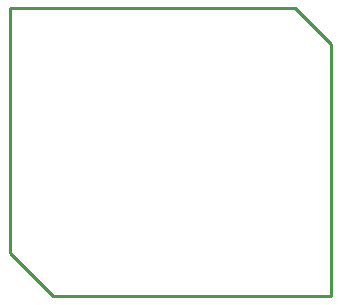
<source format=gko>
%FSLAX24Y24*%
%MOIN*%
G70*
G01*
G75*
G04 Layer_Color=16711935*
%ADD10R,0.0315X0.0354*%
%ADD11C,0.0200*%
%ADD12C,0.0150*%
%ADD13C,0.1000*%
%ADD14C,0.1250*%
%ADD15O,0.0787X0.0394*%
%ADD16O,0.0787X0.0394*%
%ADD17C,0.0700*%
%ADD18R,0.0591X0.0591*%
%ADD19C,0.0591*%
%ADD20C,0.0551*%
%ADD21C,0.0098*%
%ADD22C,0.0079*%
%ADD23C,0.0100*%
%ADD24R,0.0395X0.0434*%
%ADD25C,0.1080*%
%ADD26C,0.1330*%
%ADD27O,0.0867X0.0474*%
%ADD28O,0.0867X0.0474*%
%ADD29C,0.0780*%
%ADD30R,0.0671X0.0671*%
%ADD31C,0.0671*%
%ADD32C,0.0631*%
%ADD33C,0.0010*%
D23*
X51900Y34550D02*
Y42700D01*
Y34550D02*
X53350Y33100D01*
X62600D01*
Y41500D01*
X61400Y42700D02*
X62600Y41500D01*
X51900Y42700D02*
X61400D01*
M02*

</source>
